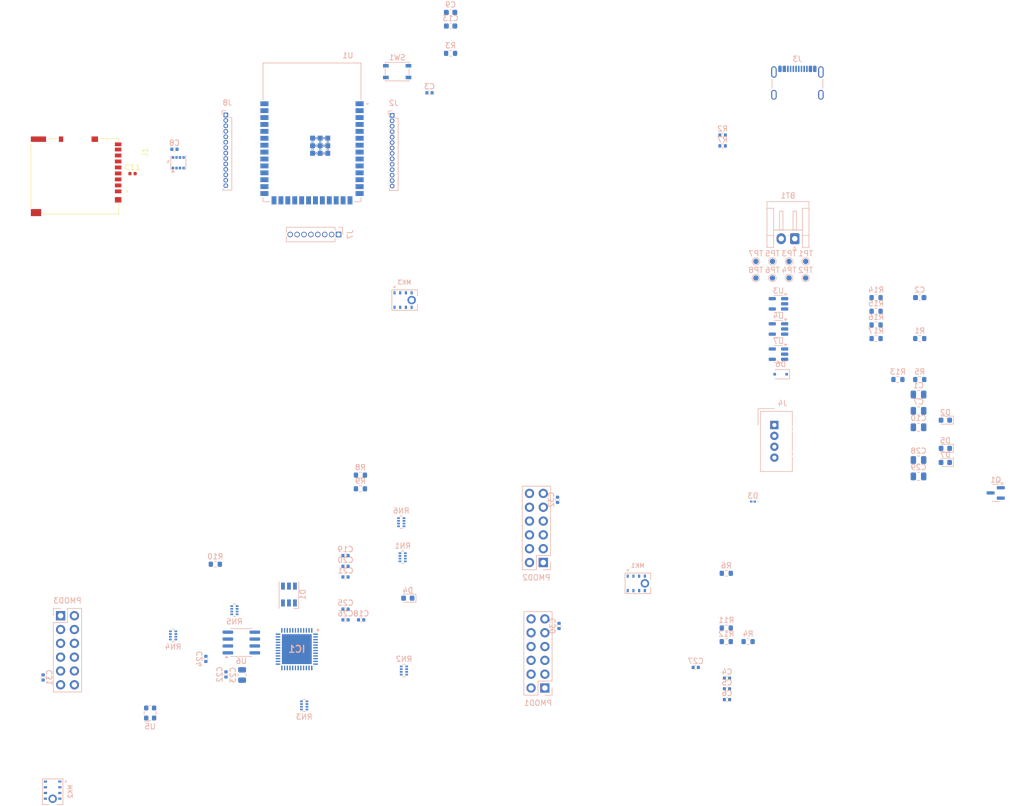
<source format=kicad_pcb>
(kicad_pcb (version 20241229) (generator "pcbnew") (generator_version "9.0")
  (layers (0 "F.Cu" signal) (2 "B.Cu" signal) (13 "F.Paste" user) (15 "B.Paste" user) (5 "F.SilkS" user "F.Silkscreen") (7 "B.SilkS" user "B.Silkscreen") (1 "F.Mask" user) (3 "B.Mask" user) (25 "Edge.Cuts" user))
  (net 0 "")
  (net 1 "GND")
  (net 2 "/ADC")
  (net 3 "+4V")
  (net 4 "/NRST")
  (net 5 "+3.3V")
  (net 6 "+1V2")
  (net 7 "/VCC_PLL")
  (net 8 "/VBUS")
  (net 9 "Net-(D1-RK)")
  (net 10 "Net-(D1-GK)")
  (net 11 "Net-(D1-BK)")
  (net 12 "Net-(D2-A)")
  (net 13 "Net-(D3-A)")
  (net 14 "/CDONE")
  (net 15 "Net-(D5-K)")
  (net 16 "/FPGA_P44")
  (net 17 "/MEM_SPI_MOSI-IO0")
  (net 18 "/FPGA_P43")
  (net 19 "/12MHz")
  (net 20 "/FPGA_P20")
  (net 21 "/FPGA_P12")
  (net 22 "/FPGA_P13")
  (net 23 "/FPGA_P11")
  (net 24 "/MEM_SPI_~{WP}-IO2")
  (net 25 "/FPGA_P18")
  (net 26 "/FPGA_P31")
  (net 27 "/FPGA_P21")
  (net 28 "/MEM_SPI_SCLK")
  (net 29 "/FPGA_P34")
  (net 30 "/MEM_SPI_MISO-IO1")
  (net 31 "/FPGA_P42")
  (net 32 "/~{PSRAM_CS}")
  (net 33 "/FPGA_P38")
  (net 34 "/FPGA_P45")
  (net 35 "/SPI_CS")
  (net 36 "/FPGA_P9")
  (net 37 "/FPGA_P6")
  (net 38 "/FPGA_P3")
  (net 39 "/FPGA_P10")
  (net 40 "/FPGA_P4")
  (net 41 "/MEM_SPI_~{HLD}-IO3")
  (net 42 "/FPGA_P47")
  (net 43 "/FPGA_P48")
  (net 44 "/SPI_CLK")
  (net 45 "/SPI_MISO")
  (net 46 "/SPI_MOSI")
  (net 47 "/FPGA_P2")
  (net 48 "/FPGA_P19")
  (net 49 "/FPGA_P32")
  (net 50 "/FPGA_P46")
  (net 51 "/CRESET")
  (net 52 "/FPGA_P36")
  (net 53 "/SPI2_CS")
  (net 55 "/SPI2_MOSI")
  (net 58 "/SPI2_MISO")
  (net 60 "/SPI2_CLK")
  (net 61 "/USB D+")
  (net 63 "/USB D-")
  (net 64 "Net-(J3-CC2)")
  (net 66 "Net-(J3-CC1)")
  (net 67 "/SDA")
  (net 68 "/SCL")
  (net 69 "/GPIO8")
  (net 70 "/GPIO3")
  (net 71 "/GPIO6")
  (net 72 "/GPIO14")
  (net 73 "/UART_TX")
  (net 74 "/GPIO5")
  (net 75 "/GPIO0")
  (net 76 "/GPIO1")
  (net 77 "/GPIO7")
  (net 78 "/GPIO9")
  (net 79 "/UART_RX")
  (net 80 "/GPIO2")
  (net 81 "/GPIO18")
  (net 82 "/GPIO40")
  (net 83 "/GPIO41")
  (net 84 "/GPIO21")
  (net 85 "/GPIO38")
  (net 86 "/GPIO17")
  (net 87 "/GPIO47")
  (net 88 "/GPIO48")
  (net 89 "/GPIO42")
  (net 90 "/PIN_P4")
  (net 91 "/PIN_P2")
  (net 92 "/PIN_P3")
  (net 93 "Net-(MK1-CHIPEN)")
  (net 94 "Net-(MK2-CHIPEN)")
  (net 95 "/PIN_P20")
  (net 96 "/PIN_P19")
  (net 97 "/PIN_P18")
  (net 98 "/PIN_P46")
  (net 99 "/PIN_P45")
  (net 100 "Net-(MK3-CHIPEN)")
  (net 101 "/PIN_P44")
  (net 102 "/PIN_P10")
  (net 103 "/PIN_P21")
  (net 104 "/PIN_P6")
  (net 105 "/PIN_P12")
  (net 106 "/PIN_P9")
  (net 107 "/PIN_P11")
  (net 108 "/PIN_P47")
  (net 109 "/PIN_P48")
  (net 110 "/PIN_P38")
  (net 111 "/PIN_P36")
  (net 112 "/PIN_P43")
  (net 113 "/PIN_P42")
  (net 114 "/PIN_P32")
  (net 115 "/PIN_P31")
  (net 116 "/PIN_P13")
  (net 117 "Net-(U3-PWRGD)")
  (net 118 "Net-(U7-PROG)")
  (net 119 "Net-(U7-STAT)")
  (footprint "Capacitor_SMD:C_0402_1005Metric" (layer "F.Cu") (at 50.3175 70.4275)
    (property "Reference" "C11")
    (property "Value" "0.1uf")
  )
  (footprint "custom:HRS_DM3AT-SF-PEJM5" (layer "F.Cu") (at 39.6975 70.9175 -90)
    (property "Reference" "J1")
    (property "Value" "DM3AT-SF-PEJM5")
  )
  (footprint "TestPoint:TestPoint_Pad_D1.0mm" (layer "B.Cu") (at 174.07 89.62 180)
    (property "Reference" "TP2")
    (property "Value" "TestPoint")
  )
  (footprint "Resistor_SMD:R_0603_1608Metric" (layer "B.Cu") (at 187.02 93.22 180)
    (property "Reference" "R14")
    (property "Value" "20")
  )
  (footprint "Connector_PinSocket_1.27mm:PinSocket_1x08_P1.27mm_Vertical" (layer "B.Cu") (at 88.19 81.62 90)
    (property "Reference" "J7")
    (property "Value" "AUX2")
  )
  (footprint "Capacitor_SMD:C_0402_1005Metric" (layer "B.Cu") (at 159.605 163.185 180)
    (property "Reference" "C4")
    (property "Value" "0.1uf")
  )
  (footprint "Package_TO_SOT_SMD:SOT-23" (layer "B.Cu") (at 209.01 129.135 180)
    (property "Reference" "Q1")
    (property "Value" "DMP1045U-7")
  )
  (footprint "Resistor_SMD:R_0603_1608Metric" (layer "B.Cu") (at 159.475 156.465 180)
    (property "Reference" "R12")
    (property "Value" "10k")
  )
  (footprint "Package_TO_SOT_SMD:SOT-23-5" (layer "B.Cu") (at 169.07 103.615 180)
    (property "Reference" "U7")
    (property "Value" "MCP73831-2-OT")
  )
  (footprint "LED_SMD:LED_RGB_PLCC-6" (layer "B.Cu") (at 79.075 147.815 90)
    (property "Reference" "D1")
    (property "Value" "CLX6F-FKC")
  )
  (footprint "LED_SMD:LED_0603_1608Metric" (layer "B.Cu") (at 199.75 115.76 180)
    (property "Reference" "D2")
    (property "Value" "LED Red")
  )
  (footprint "LED_SMD:LED_0201_0603Metric" (layer "B.Cu") (at 164.385 130.72 180)
    (property "Reference" "D3")
    (property "Value" "LED Green")
  )
  (footprint "Package_TO_SOT_SMD:SOT-23-5" (layer "B.Cu") (at 169.07 98.99 180)
    (property "Reference" "U4")
    (property "Value" "XC6222B331MR-G")
  )
  (footprint "Resistor_SMD:R_0603_1608Metric" (layer "B.Cu") (at 159.475 143.915 180)
    (property "Reference" "R6")
    (property "Value" "10k")
  )
  (footprint "TestPoint:TestPoint_Pad_D1.0mm" (layer "B.Cu") (at 167.97 89.62 180)
    (property "Reference" "TP6")
    (property "Value" "TestPoint")
  )
  (footprint "Capacitor_SMD:C_0805_2012Metric" (layer "B.Cu") (at 194.82 111.04 180)
    (property "Reference" "C1")
    (property "Value" "10uf")
  )
  (footprint "Capacitor_SMD:C_0402_1005Metric" (layer "B.Cu") (at 92.34 152.47 180)
    (property "Reference" "C18")
    (property "Value" "0.1uf")
  )
  (footprint "TestPoint:TestPoint_Pad_D1.0mm" (layer "B.Cu") (at 164.92 89.62 180)
    (property "Reference" "TP8")
    (property "Value" "TestPoint")
  )
  (footprint "Capacitor_SMD:C_0402_1005Metric" (layer "B.Cu") (at 89.47 152.47 180)
    (property "Reference" "C26")
    (property "Value" "0.1uf")
  )
  (footprint "Resistor_SMD:R_0603_1608Metric" (layer "B.Cu") (at 187.02 98.24 180)
    (property "Reference" "R16")
    (property "Value" "1k")
  )
  (footprint "custom:XCVR_ESP32S3WROOM1N8R8" (layer "B.Cu") (at 83.31 62.84 180)
    (property "Reference" "U1")
    (property "Value" "ESP32-S3-WROOM-1-N8R8")
  )
  (footprint "Capacitor_SMD:C_0402_1005Metric" (layer "B.Cu") (at 89.47 144.59 180)
    (property "Reference" "C21")
    (property "Value" "0.1uf")
  )
  (footprint "Capacitor_SMD:C_0402_1005Metric" (layer "B.Cu") (at 33.875 163.065 90)
    (property "Reference" "C31")
    (property "Value" "0.1uf")
  )
  (footprint "Capacitor_SMD:C_0402_1005Metric" (layer "B.Cu") (at 159.605 165.155 180)
    (property "Reference" "C5")
    (property "Value" "0.1uf")
  )
  (footprint "Capacitor_SMD:C_0402_1005Metric" (layer "B.Cu") (at 89.47 150.5 180)
    (property "Reference" "C25")
    (property "Value" "0.1uf")
  )
  (footprint "custom:MIC_INMP441ACEZ-R7" (layer "B.Cu") (at 100.345 93.675 180)
    (property "Reference" "MK3")
    (property "Value" "INMP441ACEZ-R7")
  )
  (footprint "Resistor_SMD:R_0603_1608Metric" (layer "B.Cu") (at 187.02 95.73 180)
    (property "Reference" "R15")
    (property "Value" "10k")
  )
  (footprint "Connector_PinSocket_2.54mm:PinSocket_2x06_P2.54mm_Vertical" (layer "B.Cu") (at 37.085 151.705 180)
    (property "Reference" "PMOD3")
    (property "Value" "CONN_02X06")
  )
  (footprint "Oscillator:Oscillator_SMD_ECS_2520MV-xxx-xx-4Pin_2.5x2.0mm" (layer "B.Cu") (at 53.555 169.595)
    (property "Reference" "U5")
    (property "Value" "12MHz")
  )
  (footprint "Package_TO_SOT_SMD:SOT-23-5" (layer "B.Cu") (at 169.07 94.365 180)
    (property "Reference" "U3")
    (property "Value" "MCP1824x-OT")
  )
  (footprint "Package_SO:SOIC-8_3.9x4.9mm_P1.27mm" (layer "B.Cu") (at 70.315 156.635)
    (property "Reference" "U6")
    (property "Value" "LY68L6400")
  )
  (footprint "TestPoint:TestPoint_Pad_D1.0mm" (layer "B.Cu") (at 171.02 86.57 180)
    (property "Reference" "TP3")
    (property "Value" "TestPoint")
  )
  (footprint "Resistor_SMD:R_0603_1608Metric" (layer "B.Cu") (at 195.04 100.75 180)
    (property "Reference" "R1")
    (property "Value" "1k")
  )
  (footprint "Resistor_SMD:R_0603_1608Metric" (layer "B.Cu") (at 92.21 128.37 180)
    (property "Reference" "R9")
    (property "Value" "2.2k")
  )
  (footprint "TestPoint:TestPoint_Pad_D1.0mm" (layer "B.Cu") (at 164.92 86.57 180)
    (property "Reference" "TP7")
    (property "Value" "TestPoint")
  )
  (footprint "Capacitor_SMD:C_0402_1005Metric" (layer "B.Cu") (at 128.725 153.585 -90)
    (property "Reference" "C30")
    (property "Value" "0.1uf")
  )
  (footprint "custom:MIC_INMP441ACEZ-R7" (layer "B.Cu") (at 35.625 184.065 90)
    (property "Reference" "MK2")
    (property "Value" "INMP441ACEZ-R7")
  )
  (footprint "Capacitor_SMD:C_0402_1005Metric" (layer "B.Cu") (at 58.02 65.95 180)
    (property "Reference" "C8")
    (property "Value" "0.1uf")
  )
  (footprint "Capacitor_SMD:C_0402_1005Metric" (layer "B.Cu") (at 67.495 162.505 -90)
    (property "Reference" "C22")
    (property "Value" "0.1uf")
  )
  (footprint "Connector_USB:USB_C_Receptacle_GCT_USB4105-xx-A_16P_TopMnt_Horizontal" (layer "B.Cu") (at 172.55 54.855 180)
    (property "Reference" "J3")
    (property "Value" "USB_C_Receptacle_USB2.0_16P")
  )
  (footprint "custom:MIC_INMP441ACEZ-R7" (layer "B.Cu") (at 143.225 145.76 180)
    (property "Reference" "MK1")
    (property "Value" "INMP441ACEZ-R7")
  )
  (footprint "Resistor_SMD:R_Array_Concave_4x0402" (layer "B.Cu") (at 99.975 140.965 180)
    (property "Reference" "RN1")
    (property "Value" "33")
  )
  (footprint "Connector_PinSocket_1.00mm:PinSocket_1x14_P1.00mm_Vertical" (layer "B.Cu") (at 67.46 59.65 180)
    (property "Reference" "J8")
    (property "Value" "AUX3")
  )
  (footprint "Resistor_SMD:R_Array_Concave_4x0402" (layer "B.Cu") (at 57.775 155.325)
    (property "Reference" "RN4")
    (property "Value" "33")
  )
  (footprint "Connector:NS-Tech_Grove_1x04_P2mm_Vertical" (layer "B.Cu") (at 168.32 116.645 180)
    (property "Reference" "J4")
    (property "Value" "Conn_01x04_Pin")
  )
  (footprint "LED_SMD:LED_0603_1608Metric" (layer "B.Cu") (at 199.75 120.94 180)
    (property "Reference" "D5")
    (property "Value" "LED Yellow")
  )
  (footprint "Capacitor_SMD:C_0603_1608Metric" (layer "B.Cu") (at 108.79 43.295 180)
    (property "Reference" "C13")
    (property "Value" "0.01uf")
  )
  (footprint "Resistor_SMD:R_Array_Concave_4x0402" (layer "B.Cu") (at 99.715 134.515 180)
    (property "Reference" "RN6")
    (property "Value" "33")
  )
  (footprint "Capacitor_SMD:C_0402_1005Metric" (layer "B.Cu") (at 63.795 159.645 -90)
    (property "Reference" "C24")
    (property "Value" "0.1uf")
  )
  (footprint "custom:QFN50P700X700X100-49N-D" (layer "B.Cu") (at 80.515 157.855 180)
    (property "Reference" "IC1")
    (property "Value" "ICE40UP5K-SG48I" (hide yes))
  )
  (footprint "Resistor_SMD:R_0603_1608Metric" (layer "B.Cu") (at 163.485 156.465 180)
    (property "Reference" "R4")
    (property "Value" "10k")
  )
  (footprint "TestPoint:TestPoint_Pad_D1.0mm" (layer "B.Cu") (at 174.07 86.57 180)
    (property "Reference" "TP1")
    (property "Value" "TestPoint")
  )
  (footprint "LED_SMD:LED_0603_1608Metric" (layer "B.Cu") (at 100.93 148.48 180)
    (property "Reference" "D4")
    (property "Value" "LED Blue")
  )
  (footprint "Resistor_SMD:R_Array_Concave_4x0402" (layer "B.Cu") (at 81.875 168.195)
    (property "Reference" "RN3")
    (property "Value" "33")
  )
  (footprint "Resistor_SMD:R_0603_1608Metric" (layer "B.Cu") (at 187.02 100.75 180)
    (property "Reference" "R17")
    (property "Value" "10k")
  )
  (footprint "Capacitor_SMD:C_0402_1005Metric" (layer "B.Cu") (at 128.455 130.395 -90)
    (property "Reference" "C32")
    (property "Value" "0.1uf")
  )
  (footprint "Capacitor_SMD:C_0402_1005Metric" (layer "B.Cu") (at 159.605 167.125 180)
    (property "Reference" "C6")
    (property "Value" "0.1uf")
  )
  (footprint "Resistor_SMD:R_0603_1608Metric" (layer "B.Cu") (at 159.475 153.955 180)
    (property "Reference" "R11")
    (property "Value" "10k")
  )
  (footprint "Capacitor_SMD:C_0603_1608Metric" (layer "B.Cu") (at 108.79 40.785 180)
    (property "Reference" "C9")
    (property "Value" "1uf")
  )
  (footprint "Capacitor_SMD:C_0402_1005Metric" (layer "B.Cu") (at 104.91 55.575 180)
    (property "Reference" "C3")
    (property "Value" "0.1uf")
  )
  (footprint "custom:PSON65P250X250X100-8N" (layer "B.Cu") (at 58.73 68.43 -90)
    (property "Reference" "U2")
    (property "Value" "BME280")
  )
  (footprint "Capacitor_SMD:C_0402_1005Metric" (layer "B.Cu") (at 89.47 140.65 180)
    (property "Reference" "C19")
    (property "Value" "0.1uf")
  )
  (footprint "Resistor_SMD:R_0402_1005Metric" (layer "B.Cu") (at 158.8 63.345 180)
    (property "Reference" "R2")
    (property "Value" "5.1k")
  )
  (footprint "Connector_PinSocket_2.54mm:PinSocket_2x06_P2.54mm_Vertical" (layer "B.Cu") (at 125.835 141.925)
    (property "Reference" "PMOD2")
    (property "Value" "CONN_02X06")
  )
  (footprint "Capacitor_SMD:C_0402_1005Metric" (layer "B.Cu") (at 153.865 161.215 180)
    (property "Reference" "C27")
    (property "Value" "0.1uf")
  )
  (footprint "Diode_SMD:D_SOD-323F" (layer "B.Cu") (at 169.475 107.31 180)
    (property "Reference" "D6")
    (property "Value" "PMEG3020EJ,115")
  )
  (footprint "Capacitor_SMD:C_0805_2012Metric" (layer "B.Cu") (at 194.82 126.09 180)
    (property "Reference" "C29")
    (property "Value" "10uf")
  )
  (footprint "Capacitor_SMD:C_0805_2012Metric" (layer "B.Cu") (at 70.455 162.605 -90)
    (property "Reference" "C23")
    (property "Value" "10uf")
  )
  (footprint "Resistor_SMD:R_0603_1608Metric" (layer "B.Cu") (at 195.04 108.28 180)
    (property "Reference" "R5")
    (property "Value" "10k")
  )
  (footprint "Resistor_SMD:R_Array_Concave_4x0402" (layer "B.Cu") (at 100.215 161.785 180)
    (property "Reference" "RN2")
    (property "Value" "33")
  )
  (footprint "Capacitor_SMD:C_0805_2012Metric" (layer "B.Cu") (at 194.82 117.06 180)
    (property "Reference" "C10")
    (property "Value" "10uf")
  )
  (footprint "Resistor_SMD:R_0603_1608Metric" (layer "B.Cu") (at 191.03 108.28 180)
    (property "Reference" "R13")
    (property "Value" "10k")
  )
  (footprint "Capacitor_SMD:C_0603_1608Metric" (layer "B.Cu") (at 195.04 93.22 180)
    (property "Reference" "C2")
    (property "Value" "1uf")
  )
  (footprint "Diode_SMD:D_0603_1608Metric" (layer "B.Cu") (at 199.75 123.53 180)
    (property "Reference" "D7")
    (property "Value" "CPDU5V0")
  )
  (footprint "TestPoint:TestPoint_Pad_D1.0mm" (layer "B.Cu") (at 171.02 89.62 180)
    (property "Reference" "TP4")
    (property "Value" "TestPoint")
  )
  (footprint "Capacitor_SMD:C_0805_2012Metric" (layer "B.Cu") (at 194.82 123.08 180)
    (property "Reference" "C28")
    (property "Value" "10uf")
  )
  (footprint "Resistor_SMD:R_0603_1608Metric" (layer "B.Cu") (at 92.21 125.86 180)
    (property "Reference" "R8")
    (property "Value" "10k")
  )
  (footprint "Connector_PinSocket_1.00mm:PinSocket_1x14_P1.00mm_Vertical" (layer "B.Cu") (at 98.04 59.71 180)
    (property "Reference" "J2")
    (property "Value" "AUX1")
  )
  (footprint "Capacitor_SMD:C_0402_1005Metric" (layer "B.Cu") (at 89.47 142.62 180)
    (property "Reference" "C20")
    (property "Value" "0.1uf")
  )
  (footprint "TestPoint:TestPoint_Pad_D1.0mm" (layer "B.Cu") (at 167.97 86.57 180)
    (property "Reference" "TP5")
    (property "Value" "TestPoint")
  )
  (footprint "Connector_JST:JST_EH_S2B-EH_1x02_P2.50mm_Horizontal" (layer "B.Cu") (at 172.07 82.39 180)
    (property "Reference" "BT1")
    (property "Value" "Battery Connector")
  )
  (footprint "Resistor_SMD:R_Array_Concave_4x0402" (layer "B.Cu") (at 69.045 150.695)
    (property "Reference" "RN5")
    (property "Value" "33")
  )
  (footprint "Resistor_SMD:R_0402_1005Metric" (layer "B.Cu") (at 158.8 65.335 180)
    (property "Reference" "R7")
    (property "Value" "5.1k")
  )
  (footprint "Resistor_SMD:R_0603_1608Metric" (layer "B.Cu") (at 65.535 142.245 180)
    (property "Reference" "R10")
    (property "Value" "100")
  )
  (footprint "Button_Switch_SMD:SW_SPST_PTS810" (layer "B.Cu") (at 98.965 51.675 180)
    (property "Reference" "SW1")
    (property "Value" "SW_Push")
  )
  (footprint "Capacitor_SMD:C_0805_2012Metric" (layer "B.Cu") (at 194.82 114.05 180)
    (property "Reference" "C7")
    (property "Value" "10uf")
  )
  (footprint "Resistor_SMD:R_0603_1608Metric" (layer "B.Cu") (at 108.79 48.315 180)
    (property "Reference" "R3")
    (property "Value" "10k")
  )
  (footprint "Connector_PinSocket_2.54mm:PinSocket_2x06_P2.54mm_Vertical" (layer "B.Cu") (at 126.125 164.995)
    (property "Reference" "PMOD1")
    (property "Value" "CONN_02X06")
  )
)
</source>
